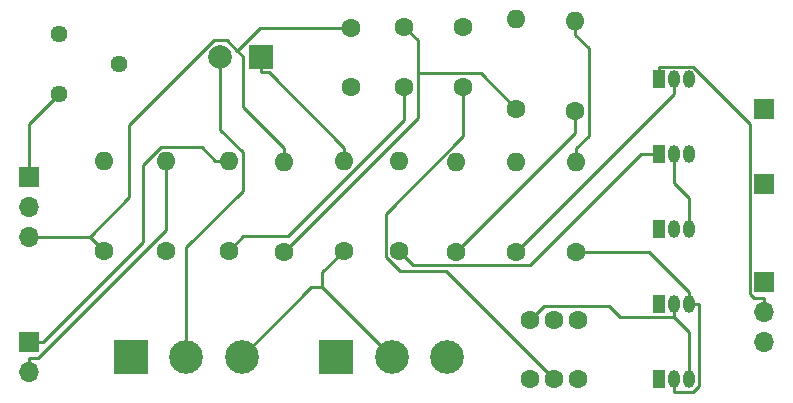
<source format=gbr>
G04 #@! TF.GenerationSoftware,KiCad,Pcbnew,(5.1.5)-3*
G04 #@! TF.CreationDate,2020-01-24T15:12:57-05:00*
G04 #@! TF.ProjectId,timer,74696d65-722e-46b6-9963-61645f706362,v01*
G04 #@! TF.SameCoordinates,Original*
G04 #@! TF.FileFunction,Copper,L2,Bot*
G04 #@! TF.FilePolarity,Positive*
%FSLAX46Y46*%
G04 Gerber Fmt 4.6, Leading zero omitted, Abs format (unit mm)*
G04 Created by KiCad (PCBNEW (5.1.5)-3) date 2020-01-24 15:12:57*
%MOMM*%
%LPD*%
G04 APERTURE LIST*
%ADD10C,1.600000*%
%ADD11R,2.000000X2.000000*%
%ADD12C,2.000000*%
%ADD13R,1.700000X1.700000*%
%ADD14O,1.700000X1.700000*%
%ADD15O,1.000000X1.500000*%
%ADD16R,1.000000X1.500000*%
%ADD17O,1.600000X1.600000*%
%ADD18C,1.440000*%
%ADD19C,2.850000*%
%ADD20R,2.850000X2.850000*%
%ADD21C,0.250000*%
G04 APERTURE END LIST*
D10*
X64690000Y-62865000D03*
X59690000Y-62865000D03*
X55245000Y-67945000D03*
X55245000Y-62945000D03*
X59690000Y-67945000D03*
X64690000Y-67945000D03*
D11*
X47625000Y-65405000D03*
D12*
X44125000Y-65405000D03*
D13*
X27940000Y-89535000D03*
D14*
X27940000Y-92075000D03*
D13*
X27940000Y-75565000D03*
D14*
X27940000Y-78105000D03*
X27940000Y-80645000D03*
D13*
X90170000Y-69850000D03*
X90170000Y-76200000D03*
X90170000Y-84455000D03*
D14*
X90170000Y-86995000D03*
X90170000Y-89535000D03*
D15*
X82550000Y-80010000D03*
X83820000Y-80010000D03*
D16*
X81280000Y-80010000D03*
D15*
X82550000Y-67310000D03*
X83820000Y-67310000D03*
D16*
X81280000Y-67310000D03*
D15*
X82550000Y-73660000D03*
X83820000Y-73660000D03*
D16*
X81280000Y-73660000D03*
X81280000Y-92710000D03*
D15*
X83820000Y-92710000D03*
X82550000Y-92710000D03*
D16*
X81280000Y-86360000D03*
D15*
X83820000Y-86360000D03*
X82550000Y-86360000D03*
D17*
X69215000Y-62230000D03*
D10*
X69215000Y-69850000D03*
X49530000Y-81915000D03*
D17*
X49530000Y-74295000D03*
D10*
X34290000Y-81825000D03*
D17*
X34290000Y-74205000D03*
X64135000Y-74295000D03*
D10*
X64135000Y-81915000D03*
D17*
X39540000Y-74205000D03*
D10*
X39540000Y-81825000D03*
X74155000Y-70020000D03*
D17*
X74155000Y-62400000D03*
D10*
X59275000Y-81850000D03*
D17*
X59275000Y-74230000D03*
X69215000Y-74295000D03*
D10*
X69215000Y-81915000D03*
X44860000Y-81825000D03*
D17*
X44860000Y-74205000D03*
D18*
X30480000Y-63500000D03*
X35560000Y-66040000D03*
X30480000Y-68580000D03*
D10*
X54610000Y-81850000D03*
D17*
X54610000Y-74230000D03*
X74295000Y-74295000D03*
D10*
X74295000Y-81915000D03*
D19*
X63375000Y-90805000D03*
X58675000Y-90805000D03*
D20*
X53975000Y-90805000D03*
D10*
X74390000Y-92670000D03*
X74390000Y-87670000D03*
X72390000Y-92670000D03*
X72390000Y-87670000D03*
X70390000Y-92670000D03*
X70390000Y-87670000D03*
D20*
X36575000Y-90805000D03*
D19*
X41275000Y-90805000D03*
X45975000Y-90805000D03*
D21*
X60855900Y-66816200D02*
X60855900Y-64030900D01*
X60855900Y-64030900D02*
X59690000Y-62865000D01*
X49530000Y-81915000D02*
X60855900Y-70589100D01*
X60855900Y-70589100D02*
X60855900Y-66816200D01*
X69215000Y-69850000D02*
X66181200Y-66816200D01*
X66181200Y-66816200D02*
X60855900Y-66816200D01*
X44860000Y-81825000D02*
X46072500Y-80612500D01*
X46072500Y-80612500D02*
X49842300Y-80612500D01*
X49842300Y-80612500D02*
X59690000Y-70764800D01*
X59690000Y-70764800D02*
X59690000Y-67945000D01*
X72390000Y-92670000D02*
X63293000Y-83573000D01*
X63293000Y-83573000D02*
X59386800Y-83573000D01*
X59386800Y-83573000D02*
X58149600Y-82335800D01*
X58149600Y-82335800D02*
X58149600Y-78688800D01*
X58149600Y-78688800D02*
X64690000Y-72148400D01*
X64690000Y-72148400D02*
X64690000Y-67945000D01*
X27940000Y-89535000D02*
X29115300Y-89535000D01*
X44860000Y-74205000D02*
X43734700Y-74205000D01*
X43734700Y-74205000D02*
X42557600Y-73027900D01*
X42557600Y-73027900D02*
X39119400Y-73027900D01*
X39119400Y-73027900D02*
X37592100Y-74555200D01*
X37592100Y-74555200D02*
X37592100Y-81058200D01*
X37592100Y-81058200D02*
X29115300Y-89535000D01*
X41275000Y-90805000D02*
X41275000Y-81516700D01*
X41275000Y-81516700D02*
X46035500Y-76756200D01*
X46035500Y-76756200D02*
X46035500Y-73495200D01*
X46035500Y-73495200D02*
X44125000Y-71584700D01*
X44125000Y-71584700D02*
X44125000Y-65405000D01*
X82550000Y-87435400D02*
X83820000Y-88705400D01*
X83820000Y-88705400D02*
X83820000Y-92710000D01*
X82550000Y-86360000D02*
X82550000Y-87435400D01*
X70390000Y-87670000D02*
X71571100Y-86488900D01*
X71571100Y-86488900D02*
X77027600Y-86488900D01*
X77027600Y-86488900D02*
X77974100Y-87435400D01*
X77974100Y-87435400D02*
X82550000Y-87435400D01*
X47625000Y-65405000D02*
X47625000Y-66730300D01*
X54610000Y-74230000D02*
X54610000Y-73104700D01*
X54610000Y-73104700D02*
X48235600Y-66730300D01*
X48235600Y-66730300D02*
X47625000Y-66730300D01*
X82550000Y-73660000D02*
X82550000Y-76132600D01*
X82550000Y-76132600D02*
X83820000Y-77402600D01*
X83820000Y-77402600D02*
X83820000Y-80010000D01*
X69215000Y-81915000D02*
X82550000Y-68580000D01*
X82550000Y-68580000D02*
X82550000Y-67310000D01*
X74155000Y-70020000D02*
X74155000Y-71895000D01*
X74155000Y-71895000D02*
X64135000Y-81915000D01*
X83820000Y-86360000D02*
X83820000Y-85284700D01*
X74295000Y-81915000D02*
X80450300Y-81915000D01*
X80450300Y-81915000D02*
X83820000Y-85284700D01*
X82550000Y-92710000D02*
X82550000Y-93785300D01*
X83820000Y-86360000D02*
X84645300Y-86360000D01*
X84645300Y-86360000D02*
X84645300Y-93319300D01*
X84645300Y-93319300D02*
X84179300Y-93785300D01*
X84179300Y-93785300D02*
X82550000Y-93785300D01*
X52786900Y-84916900D02*
X52786900Y-83673100D01*
X52786900Y-83673100D02*
X54610000Y-81850000D01*
X58675000Y-90805000D02*
X52786900Y-84916900D01*
X45975000Y-90805000D02*
X51863100Y-84916900D01*
X51863100Y-84916900D02*
X52786900Y-84916900D01*
X45568300Y-64904100D02*
X46034300Y-65370200D01*
X46034300Y-65370200D02*
X46034300Y-69674000D01*
X46034300Y-69674000D02*
X49530000Y-73169700D01*
X33110000Y-80645000D02*
X36450700Y-77304300D01*
X36450700Y-77304300D02*
X36450700Y-71194900D01*
X36450700Y-71194900D02*
X43618600Y-64027000D01*
X43618600Y-64027000D02*
X44691100Y-64027000D01*
X44691100Y-64027000D02*
X45568300Y-64904100D01*
X55245000Y-62945000D02*
X47527400Y-62945000D01*
X47527400Y-62945000D02*
X45568300Y-64904100D01*
X33110000Y-80645000D02*
X34290000Y-81825000D01*
X29115300Y-80645000D02*
X33110000Y-80645000D01*
X49530000Y-74295000D02*
X49530000Y-73169700D01*
X27940000Y-80645000D02*
X29115300Y-80645000D01*
X90170000Y-86995000D02*
X90170000Y-85819700D01*
X81280000Y-67310000D02*
X81280000Y-66234700D01*
X81280000Y-66234700D02*
X84161900Y-66234700D01*
X84161900Y-66234700D02*
X88994700Y-71067500D01*
X88994700Y-71067500D02*
X88994700Y-85452500D01*
X88994700Y-85452500D02*
X89361900Y-85819700D01*
X89361900Y-85819700D02*
X90170000Y-85819700D01*
X27940000Y-92075000D02*
X27940000Y-90899700D01*
X39540000Y-74205000D02*
X39540000Y-75330300D01*
X39540000Y-75330300D02*
X39540000Y-80107700D01*
X39540000Y-80107700D02*
X28748000Y-90899700D01*
X28748000Y-90899700D02*
X27940000Y-90899700D01*
X74295000Y-74295000D02*
X74295000Y-73169700D01*
X74155000Y-62400000D02*
X74155000Y-63525300D01*
X74155000Y-63525300D02*
X75321000Y-64691300D01*
X75321000Y-64691300D02*
X75321000Y-72143700D01*
X75321000Y-72143700D02*
X74295000Y-73169700D01*
X30480000Y-68580000D02*
X27940000Y-71120000D01*
X27940000Y-71120000D02*
X27940000Y-75565000D01*
X59275000Y-81850000D02*
X60465400Y-83040400D01*
X60465400Y-83040400D02*
X70393100Y-83040400D01*
X70393100Y-83040400D02*
X79773500Y-73660000D01*
X79773500Y-73660000D02*
X81280000Y-73660000D01*
M02*

</source>
